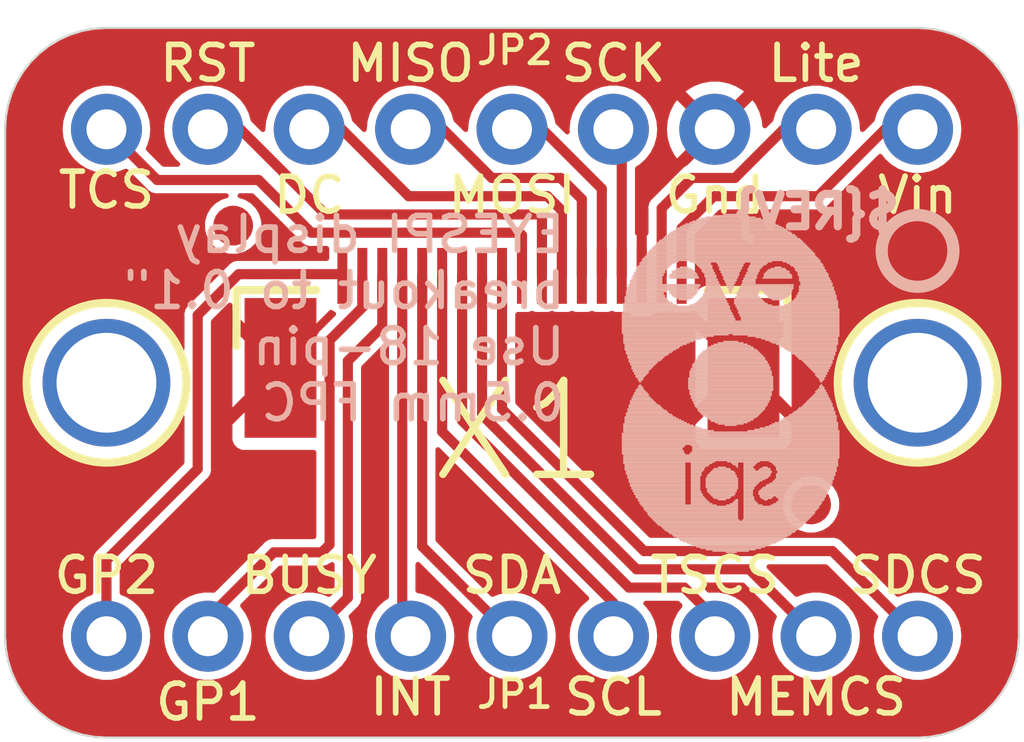
<source format=kicad_pcb>
(kicad_pcb (version 20221018) (generator pcbnew)
  (layers (0 "F.Cu" signal) (1 "In1.Cu" signal) (2 "In2.Cu" signal) (3 "In3.Cu" signal) (4 "In4.Cu" signal) (5 "In5.Cu" signal) (6 "In6.Cu" signal) (7 "In7.Cu" signal) (8 "In8.Cu" signal) (9 "In9.Cu" signal) (10 "In10.Cu" signal) (11 "In11.Cu" signal) (12 "In12.Cu" signal) (13 "In13.Cu" signal) (14 "In14.Cu" signal) (31 "B.Cu" signal) (34 "B.Paste" user) (35 "F.Paste" user) (36 "B.SilkS" user "B.Silkscreen") (37 "F.SilkS" user "F.Silkscreen") (38 "B.Mask" user) (39 "F.Mask" user) (44 "Edge.Cuts" user))
  (net 0 "")
  (net 1 "GND")
  (net 2 "SCK")
  (net 3 "MOSI")
  (net 4 "MISO")
  (net 5 "CARDCS")
  (net 6 "LITE")
  (net 7 "TFTDC")
  (net 8 "TFTCS")
  (net 9 "VIN")
  (net 10 "TFTRST")
  (net 11 "MEM_CS")
  (net 12 "TSCS")
  (net 13 "SCL")
  (net 14 "SDA")
  (net 15 "INT")
  (net 16 "BUSY")
  (net 17 "GPIO1")
  (net 18 "GPIO2")
  (footprint "working:MOUNTINGHOLE_2.5_PLATED" (layer "F.Cu") (at 158.6611 105.0036 -90)
    (fp_text reference "U$10" hide)
    (fp_text value "MOUNTINGHOLE2.5" hide)
    (pad "P$1" thru_hole circle (at 0 0 270) (size 3.2 3.2) (drill 2.5) (layers "*.Cu" "*.Mask"))
    (zone (net 0) (net_name "") (layer "F.Cu") (connect_pads (clearance 0)) (min_thickness 0.25)
      (keepout (tracks not_allowed) (vias not_allowed) (pads not_allowed) (copperpour not_allowed) (footprints allowed))
      (fill (thermal_gap 0.5) (thermal_bridge_width 0.5))
      (polygon (pts (xy 158.6611 107.0196) (xy 158.941673 106.99998) (xy 159.216785 106.941504) (xy 159.481081 106.845308) (xy 159.729417 106.713265) (xy 159.95696 106.547946) (xy 160.15928 106.352567) (xy 160.33244 106.130933) (xy 160.473069 105.887356) (xy 160.57843 105.626578) (xy 160.646472 105.353675) (xy 160.675872 105.073957) (xy 160.666056 104.792871) (xy 160.617216 104.515885) (xy 160.530303 104.248393) (xy 160.407007 103.9956) (xy 160.24973 103.762426) (xy 160.061531 103.553411) (xy 159.846075 103.372622) (xy 159.607555 103.223578) (xy 159.350613 103.10918) (xy 159.08025 103.031654) (xy 158.801729 102.992511) (xy 158.520471 102.992511) (xy 158.24195 103.031654) (xy 157.971587 103.10918) (xy 157.714645 103.223578) (xy 157.476125 103.372622) (xy 157.260669 103.553411) (xy 157.07247 103.762426) (xy 156.915193 103.9956) (xy 156.791897 104.248393) (xy 156.704984 104.515885) (xy 156.656144 104.792871) (xy 156.646328 105.073957) (xy 156.675728 105.353675) (xy 156.74377 105.626578) (xy 156.849131 105.887356) (xy 156.98976 106.130933) (xy 157.16292 106.352567) (xy 157.36524 106.547946) (xy 157.592783 106.713265) (xy 157.841119 106.845308) (xy 158.105415 106.941504) (xy 158.380527 106.99998)))
      (polygon (pts (xy 158.6611 104.9876) (xy 158.649786 104.992286) (xy 158.6451 105.0036) (xy 158.649786 105.014914) (xy 158.6611 105.0196) (xy 158.672414 105.014914) (xy 158.6771 105.0036) (xy 158.672414 104.992286)))
    )
  )
  (footprint "working:1X09_ROUND_70" (layer "F.Cu") (at 148.5011 98.6536 180)
    (fp_text reference "JP2" (at -1.0922 1.9812) (layer "F.SilkS") (effects (font (size 0.692831 0.692831) (thickness 0.119969)) (justify right)))
    (fp_text value "")
    (pad "1" thru_hole circle (at -10.16 0 270) (size 1.778 1.778) (drill 1) (layers "*.Cu" "*.Mask") (net 9 "VIN"))
    (pad "2" thru_hole circle (at -7.62 0 270) (size 1.778 1.778) (drill 1) (layers "*.Cu" "*.Mask") (net 6 "LITE"))
    (pad "3" thru_hole circle (at -5.08 0 270) (size 1.778 1.778) (drill 1) (layers "*.Cu" "*.Mask") (net 1 "GND"))
    (pad "4" thru_hole circle (at -2.54 0 270) (size 1.778 1.778) (drill 1) (layers "*.Cu" "*.Mask") (net 2 "SCK"))
    (pad "5" thru_hole circle (at 0 0 270) (size 1.778 1.778) (drill 1) (layers "*.Cu" "*.Mask") (net 3 "MOSI"))
    (pad "6" thru_hole circle (at 2.54 0 270) (size 1.778 1.778) (drill 1) (layers "*.Cu" "*.Mask") (net 4 "MISO"))
    (pad "7" thru_hole circle (at 5.08 0 270) (size 1.778 1.778) (drill 1) (layers "*.Cu" "*.Mask") (net 7 "TFTDC"))
    (pad "8" thru_hole circle (at 7.62 0 270) (size 1.778 1.778) (drill 1) (layers "*.Cu" "*.Mask") (net 10 "TFTRST"))
    (pad "9" thru_hole circle (at 10.16 0 270) (size 1.778 1.778) (drill 1) (layers "*.Cu" "*.Mask") (net 8 "TFTCS"))
  )
  (footprint "working:FIDUCIAL_1MM" (layer "F.Cu") (at 155.9941 108.0516 90)
    (fp_text reference "U$4" hide)
    (fp_text value "FIDUCIAL_1MM" hide)
    (pad "1" smd roundrect (at 0 0 90) (size 1 1) (layers "F.Cu" "F.Mask") (roundrect_rratio 0.5))
  )
  (footprint "working:EYE_SPI_DISPLAY_BOTCONTACT" (layer "F.Cu") (at 148.5011 103.4796)
    (fp_text reference "X1" (at -2.19 2.739) (layer "F.SilkS") (effects (font (size 2.353056 2.353056) (thickness 0.186944)) (justify left)))
    (fp_text value "EYE_SPI_DISPLAY_FLIP")
    (pad "1" smd rect (at 4.25 -1.154 180) (size 0.25 1.4) (layers "F.Cu" "F.Paste" "F.Mask") (net 9 "VIN"))
    (pad "2" smd rect (at 3.75 -1.154 180) (size 0.25 1.4) (layers "F.Cu" "F.Paste" "F.Mask") (net 6 "LITE"))
    (pad "3" smd rect (at 3.25 -1.154 180) (size 0.25 1.4) (layers "F.Cu" "F.Paste" "F.Mask") (net 1 "GND"))
    (pad "4" smd rect (at 2.75 -1.154 180) (size 0.25 1.4) (layers "F.Cu" "F.Paste" "F.Mask") (net 2 "SCK"))
    (pad "5" smd rect (at 2.25 -1.154 180) (size 0.25 1.4) (layers "F.Cu" "F.Paste" "F.Mask") (net 3 "MOSI"))
    (pad "6" smd rect (at 1.75 -1.154 180) (size 0.25 1.4) (layers "F.Cu" "F.Paste" "F.Mask") (net 4 "MISO"))
    (pad "7" smd rect (at 1.25 -1.154 180) (size 0.25 1.4) (layers "F.Cu" "F.Paste" "F.Mask") (net 7 "TFTDC"))
    (pad "8" smd rect (at 0.75 -1.154 180) (size 0.25 1.4) (layers "F.Cu" "F.Paste" "F.Mask") (net 10 "TFTRST"))
    (pad "9" smd rect (at 0.25 -1.154 180) (size 0.25 1.4) (layers "F.Cu" "F.Paste" "F.Mask") (net 8 "TFTCS"))
    (pad "10" smd rect (at -0.25 -1.154 180) (size 0.25 1.4) (layers "F.Cu" "F.Paste" "F.Mask") (net 5 "CARDCS"))
    (pad "11" smd rect (at -0.75 -1.154 180) (size 0.25 1.4) (layers "F.Cu" "F.Paste" "F.Mask") (net 11 "MEM_CS"))
    (pad "12" smd rect (at -1.25 -1.154 180) (size 0.25 1.4) (layers "F.Cu" "F.Paste" "F.Mask") (net 12 "TSCS"))
    (pad "13" smd rect (at -1.75 -1.154 180) (size 0.25 1.4) (layers "F.Cu" "F.Paste" "F.Mask") (net 13 "SCL"))
    (pad "14" smd rect (at -2.25 -1.154 180) (size 0.25 1.4) (layers "F.Cu" "F.Paste" "F.Mask") (net 14 "SDA"))
    (pad "15" smd rect (at -2.75 -1.154 180) (size 0.25 1.4) (layers "F.Cu" "F.Paste" "F.Mask") (net 15 "INT"))
    (pad "16" smd rect (at -3.25 -1.154 180) (size 0.25 1.4) (layers "F.Cu" "F.Paste" "F.Mask") (net 16 "BUSY"))
    (pad "17" smd rect (at -3.75 -1.154 180) (size 0.25 1.4) (layers "F.Cu" "F.Paste" "F.Mask") (net 17 "GPIO1"))
    (pad "18" smd rect (at -4.25 -1.154 180) (size 0.25 1.4) (layers "F.Cu" "F.Paste" "F.Mask") (net 18 "GPIO2"))
    (pad "SUPPORT1" smd rect (at -5.8 1.152) (size 1.8 3.5) (layers "F.Cu" "F.Paste" "F.Mask") (net 1 "GND"))
    (pad "SUPPORT2" smd rect (at 5.8 1.152) (size 1.8 3.5) (layers "F.Cu" "F.Paste" "F.Mask") (net 1 "GND"))
  )
  (footprint "working:1X09_ROUND_70" (layer "F.Cu") (at 148.5011 111.3536 180)
    (fp_text reference "JP1" (at -1.0922 -1.4478) (layer "F.SilkS") (effects (font (size 0.692831 0.692831) (thickness 0.119969)) (justify right)))
    (fp_text value "")
    (pad "1" thru_hole circle (at -10.16 0 270) (size 1.778 1.778) (drill 1) (layers "*.Cu" "*.Mask") (net 5 "CARDCS"))
    (pad "2" thru_hole circle (at -7.62 0 270) (size 1.778 1.778) (drill 1) (layers "*.Cu" "*.Mask") (net 11 "MEM_CS"))
    (pad "3" thru_hole circle (at -5.08 0 270) (size 1.778 1.778) (drill 1) (layers "*.Cu" "*.Mask") (net 12 "TSCS"))
    (pad "4" thru_hole circle (at -2.54 0 270) (size 1.778 1.778) (drill 1) (layers "*.Cu" "*.Mask") (net 13 "SCL"))
    (pad "5" thru_hole circle (at 0 0 270) (size 1.778 1.778) (drill 1) (layers "*.Cu" "*.Mask") (net 14 "SDA"))
    (pad "6" thru_hole circle (at 2.54 0 270) (size 1.778 1.778) (drill 1) (layers "*.Cu" "*.Mask") (net 15 "INT"))
    (pad "7" thru_hole circle (at 5.08 0 270) (size 1.778 1.778) (drill 1) (layers "*.Cu" "*.Mask") (net 16 "BUSY"))
    (pad "8" thru_hole circle (at 7.62 0 270) (size 1.778 1.778) (drill 1) (layers "*.Cu" "*.Mask") (net 17 "GPIO1"))
    (pad "9" thru_hole circle (at 10.16 0 270) (size 1.778 1.778) (drill 1) (layers "*.Cu" "*.Mask") (net 18 "GPIO2"))
  )
  (footprint "working:MOUNTINGHOLE_2.5_PLATED" (layer "F.Cu") (at 138.3411 105.0036 -90)
    (fp_text reference "U$9" hide)
    (fp_text value "MOUNTINGHOLE2.5" hide)
    (pad "P$1" thru_hole circle (at 0 0 270) (size 3.2 3.2) (drill 2.5) (layers "*.Cu" "*.Mask"))
    (zone (net 0) (net_name "") (layer "F.Cu") (connect_pads (clearance 0)) (min_thickness 0.25)
      (keepout (tracks not_allowed) (vias not_allowed) (pads not_allowed) (copperpour not_allowed) (footprints allowed))
      (fill (thermal_gap 0.5) (thermal_bridge_width 0.5))
      (polygon (pts (xy 138.3411 107.0196) (xy 138.621673 106.99998) (xy 138.896785 106.941504) (xy 139.161081 106.845308) (xy 139.409417 106.713265) (xy 139.63696 106.547946) (xy 139.83928 106.352567) (xy 140.01244 106.130933) (xy 140.153069 105.887356) (xy 140.25843 105.626578) (xy 140.326472 105.353675) (xy 140.355872 105.073957) (xy 140.346056 104.792871) (xy 140.297216 104.515885) (xy 140.210303 104.248393) (xy 140.087007 103.9956) (xy 139.92973 103.762426) (xy 139.741531 103.553411) (xy 139.526075 103.372622) (xy 139.287555 103.223578) (xy 139.030613 103.10918) (xy 138.76025 103.031654) (xy 138.481729 102.992511) (xy 138.200471 102.992511) (xy 137.92195 103.031654) (xy 137.651587 103.10918) (xy 137.394645 103.223578) (xy 137.156125 103.372622) (xy 136.940669 103.553411) (xy 136.75247 103.762426) (xy 136.595193 103.9956) (xy 136.471897 104.248393) (xy 136.384984 104.515885) (xy 136.336144 104.792871) (xy 136.326328 105.073957) (xy 136.355728 105.353675) (xy 136.42377 105.626578) (xy 136.529131 105.887356) (xy 136.66976 106.130933) (xy 136.84292 106.352567) (xy 137.04524 106.547946) (xy 137.272783 106.713265) (xy 137.521119 106.845308) (xy 137.785415 106.941504) (xy 138.060527 106.99998)))
      (polygon (pts (xy 138.3411 104.9876) (xy 138.329786 104.992286) (xy 138.3251 105.0036) (xy 138.329786 105.014914) (xy 138.3411 105.0196) (xy 138.352414 105.014914) (xy 138.3571 105.0036) (xy 138.352414 104.992286)))
    )
  )
  (footprint "working:FIDUCIAL_1MM" (layer "F.Cu") (at 141.5161 101.0666 180)
    (fp_text reference "U$5" hide)
    (fp_text value "FIDUCIAL_1MM" hide)
    (pad "1" smd roundrect (at 0 0 180) (size 1 1) (layers "F.Cu" "F.Mask") (roundrect_rratio 0.5))
  )
  (footprint "working:PCBFEAT-REV-040" (layer "B.Cu") (at 158.6611 101.7016)
    (fp_text reference "U$2" hide)
    (fp_text value "" hide)
    (fp_text user "${REV}" (at -0.3556 -0.508 180) (layer "B.SilkS") (effects (font (size 0.8128 0.8128) (thickness 0.2032)) (justify left bottom mirror)))
  )
  (footprint "working:EYESPI_MINI_LOGO" (layer "B.Cu") (at 156.7561 109.3216 180)
    (fp_text reference "U$22" hide)
    (fp_text value "" hide)
  )
  (gr_arc (start 158.6611 96.1136) (mid 160.457151 96.857549) (end 161.2011 98.6536) (stroke (width 0.05)) (layer "Edge.Cuts"))
  (gr_arc (start 135.8011 98.6536) (mid 136.545049 96.857549) (end 138.3411 96.1136) (stroke (width 0.05)) (layer "Edge.Cuts"))
  (gr_arc (start 138.3411 113.8936) (mid 136.545049 113.149651) (end 135.8011 111.3536) (stroke (width 0.05)) (layer "Edge.Cuts"))
  (gr_line (start 138.3411 113.8936) (end 158.6611 113.8936) (stroke (width 0.05)) (layer "Edge.Cuts"))
  (gr_line (start 135.8011 98.6536) (end 135.8011 111.3536) (stroke (width 0.05)) (layer "Edge.Cuts"))
  (gr_arc (start 161.2011 111.3536) (mid 160.457151 113.149651) (end 158.6611 113.8936) (stroke (width 0.05)) (layer "Edge.Cuts"))
  (gr_line (start 161.2011 111.3536) (end 161.2011 98.6536) (stroke (width 0.05)) (layer "Edge.Cuts"))
  (gr_line (start 158.6611 96.1136) (end 138.3411 96.1136) (stroke (width 0.05)) (layer "Edge.Cuts"))
  (gr_text "EYESPI display\nbreakout to 0.1\"\nUse 18-pin\n0.5mm FPC" (at 149.8981 106.0196) (layer "B.SilkS") (effects (font (size 0.87376 0.87376) (thickness 0.14224)) (justify left bottom mirror)))
  (gr_text "MISO" (at 145.9611 97.0026) (layer "F.SilkS") (effects (font (size 0.87376 0.87376) (thickness 0.14224))))
  (gr_text "MEMCS" (at 156.1211 112.8776) (layer "F.SilkS") (effects (font (size 0.87376 0.87376) (thickness 0.14224))))
  (gr_text "INT" (at 145.9611 112.8776) (layer "F.SilkS") (effects (font (size 0.87376 0.87376) (thickness 0.14224))))
  (gr_text "SDA" (at 148.5011 109.8296) (layer "F.SilkS") (effects (font (size 0.87376 0.87376) (thickness 0.14224))))
  (gr_text "Vin" (at 158.6611 100.3046) (layer "F.SilkS") (effects (font (size 0.87376 0.87376) (thickness 0.14224))))
  (gr_text "SCL" (at 151.0411 112.8776) (layer "F.SilkS") (effects (font (size 0.87376 0.87376) (thickness 0.14224))))
  (gr_text "Lite" (at 156.1211 97.0026) (layer "F.SilkS") (effects (font (size 0.87376 0.87376) (thickness 0.14224))))
  (gr_text "BUSY" (at 143.4211 109.8296) (layer "F.SilkS") (effects (font (size 0.87376 0.87376) (thickness 0.14224))))
  (gr_text "RST" (at 140.8811 97.0026) (layer "F.SilkS") (effects (font (size 0.87376 0.87376) (thickness 0.14224))))
  (gr_text "TSCS" (at 153.5811 109.8296) (layer "F.SilkS") (effects (font (size 0.87376 0.87376) (thickness 0.14224))))
  (gr_text "SCK" (at 151.0411 97.0026) (layer "F.SilkS") (effects (font (size 0.87376 0.87376) (thickness 0.14224))))
  (gr_text "GP2" (at 138.3411 109.8296) (layer "F.SilkS") (effects (font (size 0.87376 0.87376) (thickness 0.14224))))
  (gr_text "MOSI" (at 148.5011 100.3046) (layer "F.SilkS") (effects (font (size 0.87376 0.87376) (thickness 0.14224))))
  (gr_text "TCS" (at 138.3411 100.1776) (layer "F.SilkS") (effects (font (size 0.87376 0.87376) (thickness 0.14224))))
  (gr_text "Gnd" (at 153.5811 100.3046) (layer "F.SilkS") (effects (font (size 0.87376 0.87376) (thickness 0.14224))))
  (gr_text "GP1" (at 140.8811 113.0046) (layer "F.SilkS") (effects (font (size 0.87376 0.87376) (thickness 0.14224))))
  (gr_text "DC" (at 143.4211 100.3046) (layer "F.SilkS") (effects (font (size 0.87376 0.87376) (thickness 0.14224))))
  (gr_text "SDCS" (at 158.6611 109.8296) (layer "F.SilkS") (effects (font (size 0.87376 0.87376) (thickness 0.14224))))
  (segment (start 151.7511 102.3256) (end 151.7511 100.4836) (width 0.254) (layer "F.Cu") (net 1))
  (segment (start 151.7511 100.4836) (end 153.5811 98.6536) (width 0.254) (layer "F.Cu") (net 1))
  (segment (start 151.2511 102.3256) (end 151.2511 98.8636) (width 0.254) (layer "F.Cu") (net 2))
  (segment (start 151.2511 98.8636) (end 151.0411 98.6536) (width 0.254) (layer "F.Cu") (net 2))
  (segment (start 150.7511 100.1416) (end 149.2631 98.6536) (width 0.254) (layer "F.Cu") (net 3))
  (segment (start 150.7511 102.3256) (end 150.7511 100.1416) (width 0.254) (layer "F.Cu") (net 3))
  (segment (start 149.2631 98.6536) (end 148.5011 98.6536) (width 0.254) (layer "F.Cu") (net 3))
  (segment (start 149.7203 99.8728) (end 147.996087 99.8728) (width 0.254) (layer "F.Cu") (net 4))
  (segment (start 150.2511 100.4036) (end 149.7203 99.8728) (width 0.254) (layer "F.Cu") (net 4))
  (segment (start 150.2511 102.3256) (end 150.2511 100.4036) (width 0.254) (layer "F.Cu") (net 4))
  (segment (start 146.776887 98.6536) (end 145.9611 98.6536) (width 0.254) (layer "F.Cu") (net 4))
  (segment (start 147.996087 99.8728) (end 146.776887 98.6536) (width 0.254) (layer "F.Cu") (net 4))
  (segment (start 156.5275 109.22) (end 158.6611 111.3536) (width 0.254) (layer "F.Cu") (net 5))
  (segment (start 148.2511 105.661644) (end 151.809456 109.22) (width 0.254) (layer "F.Cu") (net 5))
  (segment (start 156.5275 109.22) (end 151.809456 109.22) (width 0.254) (layer "F.Cu") (net 5))
  (segment (start 148.2511 102.3256) (end 148.2511 105.661644) (width 0.254) (layer "F.Cu") (net 5))
  (segment (start 154.086112 99.8728) (end 155.305312 98.6536) (width 0.254) (layer "F.Cu") (net 6))
  (segment (start 152.2511 102.3256) (end 152.2511 100.630182) (width 0.254) (layer "F.Cu") (net 6))
  (segment (start 153.008481 99.8728) (end 154.086112 99.8728) (width 0.254) (layer "F.Cu") (net 6))
  (segment (start 155.305312 98.6536) (end 156.1211 98.6536) (width 0.254) (layer "F.Cu") (net 6))
  (segment (start 152.2511 100.630182) (end 153.008481 99.8728) (width 0.254) (layer "F.Cu") (net 6))
  (segment (start 149.3901 100.33) (end 145.913287 100.33) (width 0.254) (layer "F.Cu") (net 7))
  (segment (start 149.7511 100.691) (end 149.3901 100.33) (width 0.254) (layer "F.Cu") (net 7))
  (segment (start 149.7511 102.3256) (end 149.7511 100.691) (width 0.254) (layer "F.Cu") (net 7))
  (segment (start 144.236887 98.6536) (end 143.4211 98.6536) (width 0.254) (layer "F.Cu") (net 7))
  (segment (start 145.913287 100.33) (end 144.236887 98.6536) (width 0.254) (layer "F.Cu") (net 7))
  (segment (start 143.4719 101.2444) (end 142.1511 99.9236) (width 0.254) (layer "F.Cu") (net 8))
  (segment (start 139.6111 99.9236) (end 138.3411 98.6536) (width 0.254) (layer "F.Cu") (net 8))
  (segment (start 148.7511 101.3096) (end 148.6859 101.2444) (width 0.254) (layer "F.Cu") (net 8))
  (segment (start 142.1511 99.9236) (end 139.6111 99.9236) (width 0.254) (layer "F.Cu") (net 8))
  (segment (start 148.7511 102.3256) (end 148.7511 101.3096) (width 0.254) (layer "F.Cu") (net 8))
  (segment (start 148.6859 101.2444) (end 143.4719 101.2444) (width 0.254) (layer "F.Cu") (net 8))
  (segment (start 156.168912 100.33) (end 157.845312 98.6536) (width 0.254) (layer "F.Cu") (net 9))
  (segment (start 152.7511 102.3256) (end 152.7511 101.1346) (width 0.254) (layer "F.Cu") (net 9))
  (segment (start 153.5557 100.33) (end 156.168912 100.33) (width 0.254) (layer "F.Cu") (net 9))
  (segment (start 152.7511 101.1346) (end 153.5557 100.33) (width 0.254) (layer "F.Cu") (net 9))
  (segment (start 157.845312 98.6536) (end 158.6611 98.6536) (width 0.254) (layer "F.Cu") (net 9))
  (segment (start 149.2511 100.837582) (end 149.200718 100.7872) (width 0.254) (layer "F.Cu") (net 10))
  (segment (start 149.200718 100.7872) (end 143.830487 100.7872) (width 0.254) (layer "F.Cu") (net 10))
  (segment (start 149.2511 102.3256) (end 149.2511 100.837582) (width 0.254) (layer "F.Cu") (net 10))
  (segment (start 141.696887 98.6536) (end 140.8811 98.6536) (width 0.254) (layer "F.Cu") (net 10))
  (segment (start 143.830487 100.7872) (end 141.696887 98.6536) (width 0.254) (layer "F.Cu") (net 10))
  (segment (start 147.7511 102.3256) (end 147.7511 105.808225) (width 0.254) (layer "F.Cu") (net 11))
  (segment (start 154.4447 109.6772) (end 151.620075 109.6772) (width 0.254) (layer "F.Cu") (net 11))
  (segment (start 147.7511 105.808225) (end 151.620075 109.6772) (width 0.254) (layer "F.Cu") (net 11))
  (segment (start 154.4447 109.6772) (end 156.1211 111.3536) (width 0.254) (layer "F.Cu") (net 11))
  (segment (start 151.430693 110.1344) (end 152.816112 110.1344) (width 0.254) (layer "F.Cu") (net 12))
  (segment (start 147.2511 105.954807) (end 151.430693 110.1344) (width 0.254) (layer "F.Cu") (net 12))
  (segment (start 147.2511 102.3256) (end 147.2511 105.954807) (width 0.254) (layer "F.Cu") (net 12))
  (segment (start 153.5811 110.899388) (end 152.816112 110.1344) (width 0.254) (layer "F.Cu") (net 12))
  (segment (start 153.5811 111.3536) (end 153.5811 110.899388) (width 0.254) (layer "F.Cu") (net 12))
  (segment (start 151.0411 110.518388) (end 146.7511 106.228388) (width 0.254) (layer "F.Cu") (net 13))
  (segment (start 151.0411 111.3536) (end 151.0411 110.518388) (width 0.254) (layer "F.Cu") (net 13))
  (segment (start 146.7511 102.3256) (end 146.7511 106.228388) (width 0.254) (layer "F.Cu") (net 13))
  (segment (start 148.5011 111.3536) (end 146.2511 109.1036) (width 0.254) (layer "F.Cu") (net 14))
  (segment (start 146.2511 109.1036) (end 146.2511 102.3256) (width 0.254) (layer "F.Cu") (net 14))
  (segment (start 145.7511 102.3256) (end 145.7511 111.143597) (width 0.254) (layer "F.Cu") (net 15))
  (segment (start 145.7511 111.143597) (end 145.9611 111.3536) (width 0.254) (layer "F.Cu") (net 15))
  (segment (start 144.3885 104.4582) (end 144.3885 110.3862) (width 0.254) (layer "F.Cu") (net 16))
  (segment (start 144.3885 110.3862) (end 143.4211 111.3536) (width 0.254) (layer "F.Cu") (net 16))
  (segment (start 145.2511 102.3256) (end 145.2511 103.5956) (width 0.254) (layer "F.Cu") (net 16))
  (segment (start 144.3885 104.4582) (end 145.2511 103.5956) (width 0.254) (layer "F.Cu") (net 16))
  (segment (start 144.781075 103.0876) (end 143.9313 103.937375) (width 0.254) (layer "F.Cu") (net 17))
  (segment (start 142.5321 109.2518) (end 140.8811 110.9028) (width 0.254) (layer "F.Cu") (net 17))
  (segment (start 143.9313 103.937375) (end 143.9313 109.058375) (width 0.254) (layer "F.Cu") (net 17))
  (segment (start 140.8811 110.9028) (end 140.8811 111.3536) (width 0.254) (layer "F.Cu") (net 17))
  (segment (start 144.7511 102.3256) (end 144.7511 103.0876) (width 0.254) (layer "F.Cu") (net 17))
  (segment (start 144.781075 103.0876) (end 144.7511 103.0876) (width 0.254) (layer "F.Cu") (net 17))
  (segment (start 143.9313 109.058375) (end 143.737875 109.2518) (width 0.254) (layer "F.Cu") (net 17))
  (segment (start 143.737875 109.2518) (end 142.5321 109.2518) (width 0.254) (layer "F.Cu") (net 17))
  (segment (start 140.6271 103.307994) (end 141.651828 102.283266) (width 0.254) (layer "F.Cu") (net 18))
  (segment (start 141.651828 102.283266) (end 144.208765 102.283266) (width 0.254) (layer "F.Cu") (net 18))
  (segment (start 138.3411 109.4486) (end 138.3411 111.3536) (width 0.254) (layer "F.Cu") (net 18))
  (segment (start 138.3411 109.4486) (end 140.6271 107.1626) (width 0.254) (layer "F.Cu") (net 18))
  (segment (start 140.6271 103.307994) (end 140.6271 107.1626) (width 0.254) (layer "F.Cu") (net 18))
  (segment (start 144.208765 102.283266) (end 144.2511 102.3256) (width 0.254) (layer "F.Cu") (net 18))
  (zone (net 1) (net_name "GND") (layer "F.Cu") (priority 6) (connect_pads (clearance 0.000001)) (min_thickness 0.127) (fill yes (thermal_gap 0.304) (thermal_bridge_width 0.304))
    (polygon (pts (xy 161.3281 114.0206) (xy 135.6741 114.0206) (xy 135.6741 95.9866) (xy 161.3281 95.9866)))
  )
)
</source>
